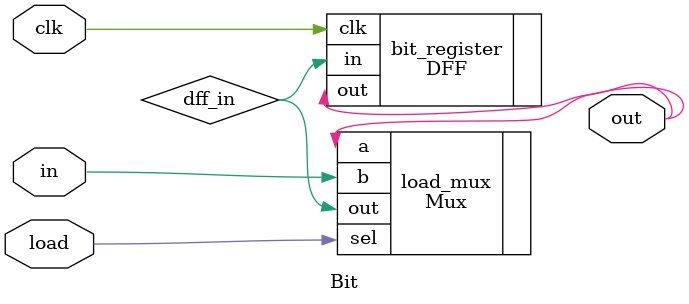
<source format=v>
/**
 * 1-bit register:
 * If load[t] == 1 then out[t+1] = in[t]
 *    else out does not change (out[t+1] = out[t])
 */

`default_nettype none
module Bit(
	input clk,
	input in,
	input load,
	output out
);

    wire dff_in;
    reg dff;

    Mux load_mux(.out(dff_in),.a(out),.b(in),.sel(load));
    DFF bit_register(.out(out),.in(dff_in),.clk(clk));


endmodule


</source>
